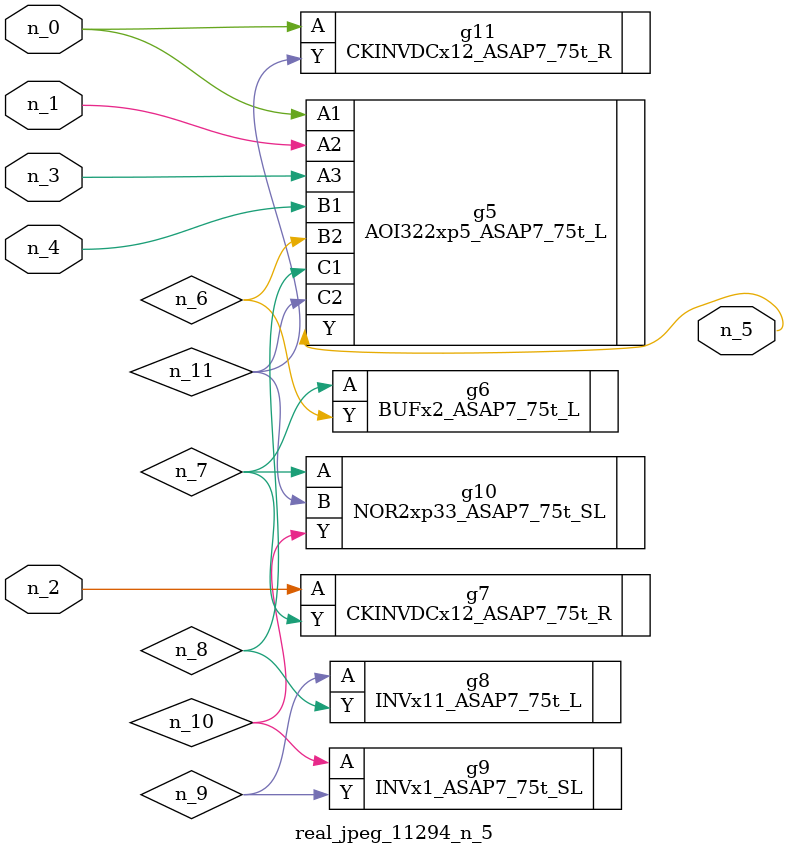
<source format=v>
module real_jpeg_11294_n_5 (n_4, n_0, n_1, n_2, n_3, n_5);

input n_4;
input n_0;
input n_1;
input n_2;
input n_3;

output n_5;

wire n_8;
wire n_11;
wire n_6;
wire n_7;
wire n_10;
wire n_9;

AOI322xp5_ASAP7_75t_L g5 ( 
.A1(n_0),
.A2(n_1),
.A3(n_3),
.B1(n_4),
.B2(n_6),
.C1(n_8),
.C2(n_11),
.Y(n_5)
);

CKINVDCx12_ASAP7_75t_R g11 ( 
.A(n_0),
.Y(n_11)
);

CKINVDCx12_ASAP7_75t_R g7 ( 
.A(n_2),
.Y(n_7)
);

BUFx2_ASAP7_75t_L g6 ( 
.A(n_7),
.Y(n_6)
);

NOR2xp33_ASAP7_75t_SL g10 ( 
.A(n_7),
.B(n_11),
.Y(n_10)
);

INVx11_ASAP7_75t_L g8 ( 
.A(n_9),
.Y(n_8)
);

INVx1_ASAP7_75t_SL g9 ( 
.A(n_10),
.Y(n_9)
);


endmodule
</source>
